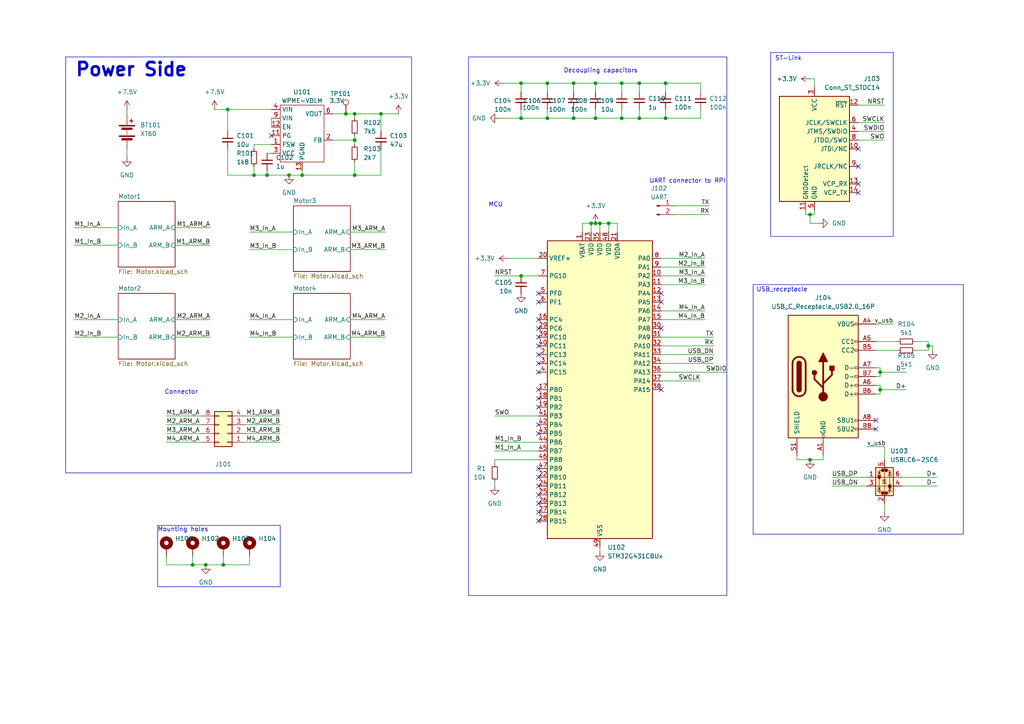
<source format=kicad_sch>
(kicad_sch (version 20250114) (generator "eeschema") (generator_version "9.0")
  (paper "A4")
  (lib_symbols
    (symbol "Connector:Conn_01x02_Pin" (pin_names (offset 1.016) (hide yes))
      (property "Reference" "J" (at 0 2.54 0))
      (property "Value" "Conn_01x02_Pin" (at 0 -5.08 0))
      (symbol "Conn_01x02_Pin_1_1"
        (rectangle (start 0.8636 0.127) (end 0 -0.127) (stroke (width 0.1524)) (fill (type outline)))
        (rectangle (start 0.8636 -2.413) (end 0 -2.667) (stroke (width 0.1524)) (fill (type outline)))
        (polyline (pts (xy 1.27 0) (xy 0.8636 0)) (stroke (width 0.1524)))
        (polyline (pts (xy 1.27 -2.54) (xy 0.8636 -2.54)) (stroke (width 0.1524)))
        (pin passive line (at 5.08 0 180) (length 3.81) (name "Pin_1") (number "1"))
        (pin passive line (at 5.08 -2.54 180) (length 3.81) (name "Pin_2") (number "2"))
      )
    )
    (symbol "Connector:Conn_ST_STDC14"
      (property "Reference" "J" (at -8.89 16.51 0))
      (property "Value" "Conn_ST_STDC14" (at 17.78 16.51 0))
      (symbol "Conn_ST_STDC14_0_1"
        (rectangle (start -10.16 15.24) (end 10.16 -15.24) (stroke (width 0.254)) (fill (type background)))
      )
      (symbol "Conn_ST_STDC14_1_1"
        (pin no_connect line (at -10.16 5.08 0) (length 2.54) (hide yes) (name "NC") (number "1"))
        (pin no_connect line (at -10.16 2.54 0) (length 2.54) (hide yes) (name "NC") (number "2"))
        (pin passive line (at -2.54 -17.78 90) (length 2.54) (name "GNDDetect") (number "11"))
        (pin power_in line (at 0 17.78 270) (length 2.54) (name "VCC") (number "3"))
        (pin power_in line (at 0 -17.78 90) (length 2.54) (name "GND") (number "5"))
        (pin passive line (at 0 -17.78 90) (length 2.54) (hide yes) (name "GND") (number "7"))
        (pin open_collector line (at 12.7 12.7 180) (length 2.54) (name "~{RST}") (number "12"))
        (pin output line (at 12.7 7.62 180) (length 2.54) (name "JCLK/SWCLK") (number "6"))
        (pin bidirectional line (at 12.7 5.08 180) (length 2.54) (name "JTMS/SWDIO") (number "4"))
        (pin input line (at 12.7 2.54 180) (length 2.54) (name "JTDO/SWO") (number "8"))
        (pin output line (at 12.7 0 180) (length 2.54) (name "JTDI/NC") (number "10"))
        (pin input line (at 12.7 -5.08 180) (length 2.54) (name "JRCLK/NC") (number "9"))
        (pin output line (at 12.7 -10.16 180) (length 2.54) (name "VCP_RX") (number "13"))
        (pin input line (at 12.7 -12.7 180) (length 2.54) (name "VCP_TX") (number "14"))
      )
    )
    (symbol "Connector:TestPoint" (pin_numbers (hide yes)) (pin_names (offset 0.762) (hide yes))
      (property "Reference" "TP" (at 0 6.858 0))
      (property "Value" "TestPoint" (at 0 5.08 0))
      (symbol "TestPoint_0_1"
        (circle (center 0 3.302) (radius 0.762))
      )
      (symbol "TestPoint_1_1"
        (pin passive line (at 0 0 90) (length 2.54) (name "1") (number "1"))
      )
    )
    (symbol "Connector:USB_C_Receptacle_USB2.0_16P" (pin_names (offset 1.016))
      (property "Reference" "J" (at 0 22.225 0))
      (property "Value" "USB_C_Receptacle_USB2.0_16P" (at 0 19.685 0))
      (symbol "USB_C_Receptacle_USB2.0_16P_0_0"
        (rectangle (start -0.254 -17.78) (end 0.254 -16.764))
        (rectangle (start 10.16 15.494) (end 9.144 14.986))
        (rectangle (start 10.16 10.414) (end 9.144 9.906))
        (rectangle (start 10.16 7.874) (end 9.144 7.366))
        (rectangle (start 10.16 2.794) (end 9.144 2.286))
        (rectangle (start 10.16 0.254) (end 9.144 -0.254))
        (rectangle (start 10.16 -2.286) (end 9.144 -2.794))
        (rectangle (start 10.16 -4.826) (end 9.144 -5.334))
        (rectangle (start 10.16 -12.446) (end 9.144 -12.954))
        (rectangle (start 10.16 -14.986) (end 9.144 -15.494))
      )
      (symbol "USB_C_Receptacle_USB2.0_16P_0_1"
        (rectangle (start -10.16 17.78) (end 10.16 -17.78) (stroke (width 0.254)) (fill (type background)))
        (polyline (pts (xy -8.89 -3.81) (xy -8.89 3.81)) (stroke (width 0.508)))
        (rectangle (start -7.62 -3.81) (end -6.35 3.81) (stroke (width 0.254)) (fill (type outline)))
        (arc (start -7.62 3.81) (mid -6.985 4.4423) (end -6.35 3.81) (stroke (width 0.254)))
        (arc (start -7.62 3.81) (mid -6.985 4.4423) (end -6.35 3.81) (stroke (width 0.254)) (fill (type outline)))
        (arc (start -8.89 3.81) (mid -6.985 5.7067) (end -5.08 3.81) (stroke (width 0.508)))
        (arc (start -5.08 -3.81) (mid -6.985 -5.7067) (end -8.89 -3.81) (stroke (width 0.508)))
        (arc (start -6.35 -3.81) (mid -6.985 -4.4423) (end -7.62 -3.81) (stroke (width 0.254)))
        (arc (start -6.35 -3.81) (mid -6.985 -4.4423) (end -7.62 -3.81) (stroke (width 0.254)) (fill (type outline)))
        (polyline (pts (xy -5.08 3.81) (xy -5.08 -3.81)) (stroke (width 0.508)))
        (circle (center -2.54 1.143) (radius 0.635) (stroke (width 0.254)) (fill (type outline)))
        (polyline (pts (xy -1.27 4.318) (xy 0 6.858) (xy 1.27 4.318) (xy -1.27 4.318)) (stroke (width 0.254)) (fill (type outline)))
        (polyline (pts (xy 0 -2.032) (xy 2.54 0.508) (xy 2.54 1.778)) (stroke (width 0.508)))
        (polyline (pts (xy 0 -3.302) (xy -2.54 -0.762) (xy -2.54 0.508)) (stroke (width 0.508)))
        (polyline (pts (xy 0 -5.842) (xy 0 4.318)) (stroke (width 0.508)))
        (circle (center 0 -5.842) (radius 1.27) (fill (type outline)))
        (rectangle (start 1.905 1.778) (end 3.175 3.048) (stroke (width 0.254)) (fill (type outline)))
      )
      (symbol "USB_C_Receptacle_USB2.0_16P_1_1"
        (pin passive line (at -7.62 -22.86 90) (length 5.08) (name "SHIELD") (number "S1"))
        (pin passive line (at 0 -22.86 90) (length 5.08) (name "GND") (number "A1"))
        (pin passive line (at 0 -22.86 90) (length 5.08) (hide yes) (name "GND") (number "A12"))
        (pin passive line (at 0 -22.86 90) (length 5.08) (hide yes) (name "GND") (number "B1"))
        (pin passive line (at 0 -22.86 90) (length 5.08) (hide yes) (name "GND") (number "B12"))
        (pin passive line (at 15.24 15.24 180) (length 5.08) (name "VBUS") (number "A4"))
        (pin passive line (at 15.24 15.24 180) (length 5.08) (hide yes) (name "VBUS") (number "A9"))
        (pin passive line (at 15.24 15.24 180) (length 5.08) (hide yes) (name "VBUS") (number "B4"))
        (pin passive line (at 15.24 15.24 180) (length 5.08) (hide yes) (name "VBUS") (number "B9"))
        (pin bidirectional line (at 15.24 10.16 180) (length 5.08) (name "CC1") (number "A5"))
        (pin bidirectional line (at 15.24 7.62 180) (length 5.08) (name "CC2") (number "B5"))
        (pin bidirectional line (at 15.24 2.54 180) (length 5.08) (name "D-") (number "A7"))
        (pin bidirectional line (at 15.24 0 180) (length 5.08) (name "D-") (number "B7"))
        (pin bidirectional line (at 15.24 -2.54 180) (length 5.08) (name "D+") (number "A6"))
        (pin bidirectional line (at 15.24 -5.08 180) (length 5.08) (name "D+") (number "B6"))
        (pin bidirectional line (at 15.24 -12.7 180) (length 5.08) (name "SBU1") (number "A8"))
        (pin bidirectional line (at 15.24 -15.24 180) (length 5.08) (name "SBU2") (number "B8"))
      )
    )
    (symbol "Connector_Generic:Conn_02x04_Top_Bottom" (pin_names (offset 1.016) (hide yes))
      (property "Reference" "J" (at 1.27 5.08 0))
      (property "Value" "Conn_02x04_Top_Bottom" (at 1.27 -7.62 0))
      (symbol "Conn_02x04_Top_Bottom_1_1"
        (rectangle (start -1.27 3.81) (end 3.81 -6.35) (stroke (width 0.254)) (fill (type background)))
        (rectangle (start -1.27 2.667) (end 0 2.413) (stroke (width 0.1524)))
        (rectangle (start -1.27 0.127) (end 0 -0.127) (stroke (width 0.1524)))
        (rectangle (start -1.27 -2.413) (end 0 -2.667) (stroke (width 0.1524)))
        (rectangle (start -1.27 -4.953) (end 0 -5.207) (stroke (width 0.1524)))
        (rectangle (start 3.81 2.667) (end 2.54 2.413) (stroke (width 0.1524)))
        (rectangle (start 3.81 0.127) (end 2.54 -0.127) (stroke (width 0.1524)))
        (rectangle (start 3.81 -2.413) (end 2.54 -2.667) (stroke (width 0.1524)))
        (rectangle (start 3.81 -4.953) (end 2.54 -5.207) (stroke (width 0.1524)))
        (pin passive line (at -5.08 2.54 0) (length 3.81) (name "Pin_1") (number "1"))
        (pin passive line (at -5.08 0 0) (length 3.81) (name "Pin_2") (number "2"))
        (pin passive line (at -5.08 -2.54 0) (length 3.81) (name "Pin_3") (number "3"))
        (pin passive line (at -5.08 -5.08 0) (length 3.81) (name "Pin_4") (number "4"))
        (pin passive line (at 7.62 2.54 180) (length 3.81) (name "Pin_5") (number "5"))
        (pin passive line (at 7.62 0 180) (length 3.81) (name "Pin_6") (number "6"))
        (pin passive line (at 7.62 -2.54 180) (length 3.81) (name "Pin_7") (number "7"))
        (pin passive line (at 7.62 -5.08 180) (length 3.81) (name "Pin_8") (number "8"))
      )
    )
    (symbol "Custom:Buck171013801"
      (property "Reference" "U101" (at 0 10.16 0))
      (property "Value" "WPME-VDLM" (at 0 7.62 0))
      (symbol "Buck171013801_0_1"
        (rectangle (start -6.35 6.35) (end 6.35 -10.16))
      )
      (symbol "Buck171013801_1_1"
        (pin power_in line (at -8.89 5.08 0) (length 2.54) (name "VIN") (number "4"))
        (pin power_in line (at -8.89 5.08 0) (length 2.54) (hide yes) (name "VIN") (number "5"))
        (pin power_out line (at -8.89 2.54 0) (length 2.54) (name "VIN") (number "9"))
        (pin input line (at -8.89 0 0) (length 2.54) (name "EN") (number "12"))
        (pin input line (at -8.89 -2.54 0) (length 2.54) (name "PG") (number "11"))
        (pin input line (at -8.89 -5.08 0) (length 2.54) (name "FSW") (number "1"))
        (pin input line (at -8.89 -7.62 0) (length 2.54) (name "VCC") (number "3"))
        (pin input line (at 0 -12.7 90) (length 2.54) (hide yes) (name "AGND") (number "10"))
        (pin input line (at 0 -12.7 90) (length 2.54) (name "PGND") (number "13"))
        (pin power_out line (at 8.89 3.81 180) (length 2.54) (name "VOUT") (number "6"))
        (pin power_out line (at 8.89 3.81 180) (length 2.54) (hide yes) (name "VOUT") (number "7"))
        (pin input line (at 8.89 -3.81 180) (length 2.54) (name "FB") (number "2"))
      )
    )
    (symbol "Device:Battery" (pin_numbers (hide yes)) (pin_names (offset 0) (hide yes))
      (property "Reference" "BT101" (at 3.81 1.8416 0))
      (property "Value" "XT60" (at 3.81 -0.6984 0))
      (symbol "Battery_0_1"
        (rectangle (start -2.286 1.778) (end 2.286 1.524) (fill (type outline)))
        (rectangle (start -2.286 -1.27) (end 2.286 -1.524) (fill (type outline)))
        (rectangle (start -1.524 1.016) (end 1.524 0.508) (fill (type outline)))
        (rectangle (start -1.524 -2.032) (end 1.524 -2.54) (fill (type outline)))
        (polyline (pts (xy 0 1.778) (xy 0 2.54)))
        (polyline (pts (xy 0 0) (xy 0 0.254)))
        (polyline (pts (xy 0 -0.508) (xy 0 -0.254)))
        (polyline (pts (xy 0 -1.016) (xy 0 -0.762)))
        (polyline (pts (xy 0.762 3.048) (xy 1.778 3.048)) (stroke (width 0.254)))
        (polyline (pts (xy 1.27 3.556) (xy 1.27 2.54)) (stroke (width 0.254)))
      )
      (symbol "Battery_1_1"
        (pin power_out line (at 0 5.08 270) (length 2.54) (name "+") (number "2"))
        (pin power_out line (at 0 -5.08 90) (length 2.54) (name "-") (number "1"))
      )
    )
    (symbol "Device:C_Small" (pin_numbers (hide yes)) (pin_names (offset 0.254) (hide yes))
      (property "Reference" "C" (at 0.254 1.778 0))
      (property "Value" "C_Small" (at 0.254 -2.032 0))
      (symbol "C_Small_0_1"
        (polyline (pts (xy -1.524 0.508) (xy 1.524 0.508)) (stroke (width 0.3048)))
        (polyline (pts (xy -1.524 -0.508) (xy 1.524 -0.508)) (stroke (width 0.3302)))
      )
      (symbol "C_Small_1_1"
        (pin passive line (at 0 2.54 270) (length 2.032) (name "~") (number "1"))
        (pin passive line (at 0 -2.54 90) (length 2.032) (name "~") (number "2"))
      )
    )
    (symbol "Device:R_Small" (pin_numbers (hide yes)) (pin_names (offset 0.254) (hide yes))
      (property "Reference" "R" (at 0.762 0.508 0))
      (property "Value" "R_Small" (at 0.762 -1.016 0))
      (symbol "R_Small_0_1"
        (rectangle (start -0.762 1.778) (end 0.762 -1.778) (stroke (width 0.2032)))
      )
      (symbol "R_Small_1_1"
        (pin passive line (at 0 2.54 270) (length 0.762) (name "~") (number "1"))
        (pin passive line (at 0 -2.54 90) (length 0.762) (name "~") (number "2"))
      )
    )
    (symbol "MCU_ST_STM32G4:STM32G431CBUx"
      (property "Reference" "U" (at -15.24 44.45 0))
      (property "Value" "STM32G431CBUx" (at 7.62 44.45 0))
      (symbol "STM32G431CBUx_0_1"
        (rectangle (start -15.24 -43.18) (end 15.24 43.18) (stroke (width 0.254)) (fill (type background)))
      )
      (symbol "STM32G431CBUx_1_1"
        (pin input line (at -17.78 38.1 0) (length 2.54) (name "VREF+") (number "20"))
        (pin bidirectional line (at -17.78 33.02 0) (length 2.54) (name "PG10") (number "7"))
        (pin bidirectional line (at -17.78 27.94 0) (length 2.54) (name "PF0") (number "5"))
        (pin bidirectional line (at -17.78 25.4 0) (length 2.54) (name "PF1") (number "6"))
        (pin bidirectional line (at -17.78 20.32 0) (length 2.54) (name "PC4") (number "16"))
        (pin bidirectional line (at -17.78 17.78 0) (length 2.54) (name "PC6") (number "29"))
        (pin bidirectional line (at -17.78 15.24 0) (length 2.54) (name "PC10") (number "39"))
        (pin bidirectional line (at -17.78 12.7 0) (length 2.54) (name "PC11") (number "40"))
        (pin bidirectional line (at -17.78 10.16 0) (length 2.54) (name "PC13") (number "2"))
        (pin bidirectional line (at -17.78 7.62 0) (length 2.54) (name "PC14") (number "3"))
        (pin bidirectional line (at -17.78 5.08 0) (length 2.54) (name "PC15") (number "4"))
        (pin bidirectional line (at -17.78 0 0) (length 2.54) (name "PB0") (number "17"))
        (pin bidirectional line (at -17.78 -2.54 0) (length 2.54) (name "PB1") (number "18"))
        (pin bidirectional line (at -17.78 -5.08 0) (length 2.54) (name "PB2") (number "19"))
        (pin bidirectional line (at -17.78 -7.62 0) (length 2.54) (name "PB3") (number "41"))
        (pin bidirectional line (at -17.78 -10.16 0) (length 2.54) (name "PB4") (number "42"))
        (pin bidirectional line (at -17.78 -12.7 0) (length 2.54) (name "PB5") (number "43"))
        (pin bidirectional line (at -17.78 -15.24 0) (length 2.54) (name "PB6") (number "44"))
        (pin bidirectional line (at -17.78 -17.78 0) (length 2.54) (name "PB7") (number "45"))
        (pin bidirectional line (at -17.78 -20.32 0) (length 2.54) (name "PB8") (number "46"))
        (pin bidirectional line (at -17.78 -22.86 0) (length 2.54) (name "PB9") (number "47"))
        (pin bidirectional line (at -17.78 -25.4 0) (length 2.54) (name "PB10") (number "22"))
        (pin bidirectional line (at -17.78 -27.94 0) (length 2.54) (name "PB11") (number "24"))
        (pin bidirectional line (at -17.78 -30.48 0) (length 2.54) (name "PB12") (number "25"))
        (pin bidirectional line (at -17.78 -33.02 0) (length 2.54) (name "PB13") (number "26"))
        (pin bidirectional line (at -17.78 -35.56 0) (length 2.54) (name "PB14") (number "27"))
        (pin bidirectional line (at -17.78 -38.1 0) (length 2.54) (name "PB15") (number "28"))
        (pin power_in line (at -5.08 45.72 270) (length 2.54) (name "VBAT") (number "1"))
        (pin power_in line (at -2.54 45.72 270) (length 2.54) (name "VDD") (number "23"))
        (pin power_in line (at 0 45.72 270) (length 2.54) (name "VDD") (number "35"))
        (pin power_in line (at 0 -45.72 90) (length 2.54) (name "VSS") (number "49"))
        (pin power_in line (at 2.54 45.72 270) (length 2.54) (name "VDD") (number "48"))
        (pin power_in line (at 5.08 45.72 270) (length 2.54) (name "VDDA") (number "21"))
        (pin bidirectional line (at 17.78 38.1 180) (length 2.54) (name "PA0") (number "8"))
        (pin bidirectional line (at 17.78 35.56 180) (length 2.54) (name "PA1") (number "9"))
        (pin bidirectional line (at 17.78 33.02 180) (length 2.54) (name "PA2") (number "10"))
        (pin bidirectional line (at 17.78 30.48 180) (length 2.54) (name "PA3") (number "11"))
        (pin bidirectional line (at 17.78 27.94 180) (length 2.54) (name "PA4") (number "12"))
        (pin bidirectional line (at 17.78 25.4 180) (length 2.54) (name "PA5") (number "13"))
        (pin bidirectional line (at 17.78 22.86 180) (length 2.54) (name "PA6") (number "14"))
        (pin bidirectional line (at 17.78 20.32 180) (length 2.54) (name "PA7") (number "15"))
        (pin bidirectional line (at 17.78 17.78 180) (length 2.54) (name "PA8") (number "30"))
        (pin bidirectional line (at 17.78 15.24 180) (length 2.54) (name "PA9") (number "31"))
        (pin bidirectional line (at 17.78 12.7 180) (length 2.54) (name "PA10") (number "32"))
        (pin bidirectional line (at 17.78 10.16 180) (length 2.54) (name "PA11") (number "33"))
        (pin bidirectional line (at 17.78 7.62 180) (length 2.54) (name "PA12") (number "34"))
        (pin bidirectional line (at 17.78 5.08 180) (length 2.54) (name "PA13") (number "36"))
        (pin bidirectional line (at 17.78 2.54 180) (length 2.54) (name "PA14") (number "37"))
        (pin bidirectional line (at 17.78 0 180) (length 2.54) (name "PA15") (number "38"))
      )
    )
    (symbol "Mechanical:MountingHole_Pad" (pin_numbers (hide yes)) (pin_names (offset 1.016) (hide yes)) (exclude_from_sim yes) (in_bom no)
      (property "Reference" "H" (at 0 6.35 0))
      (property "Value" "MountingHole_Pad" (at 0 4.445 0))
      (symbol "MountingHole_Pad_0_1"
        (circle (center 0 1.27) (radius 1.27) (stroke (width 1.27)))
      )
      (symbol "MountingHole_Pad_1_1"
        (pin input line (at 0 -2.54 90) (length 2.54) (name "1") (number "1"))
      )
    )
    (symbol "Power_Protection:USBLC6-2SC6" (pin_names (hide yes))
      (property "Reference" "U" (at 0.635 5.715 0))
      (property "Value" "USBLC6-2SC6" (at 0.635 3.81 0))
      (symbol "USBLC6-2SC6_0_0"
        (circle (center -1.524 0) (radius 0.0001) (stroke (width 0.508)))
        (circle (center -0.508 2.032) (radius 0.0001) (stroke (width 0.508)))
        (circle (center -0.508 -4.572) (radius 0.0001) (stroke (width 0.508)))
        (circle (center 0.508 2.032) (radius 0.0001) (stroke (width 0.508)))
        (circle (center 0.508 -4.572) (radius 0.0001) (stroke (width 0.508)))
        (circle (center 1.524 -2.54) (radius 0.0001) (stroke (width 0.508)))
      )
      (symbol "USBLC6-2SC6_0_1"
        (polyline (pts (xy -2.54 0) (xy 2.54 0)))
        (polyline (pts (xy -2.54 -2.54) (xy 2.54 -2.54)))
        (polyline (pts (xy -2.032 0.508) (xy -1.016 0.508) (xy -1.524 1.524) (xy -2.032 0.508)))
        (polyline (pts (xy -2.032 -3.048) (xy -1.016 -3.048)))
        (polyline (pts (xy -1.016 1.524) (xy -2.032 1.524)))
        (polyline (pts (xy -1.016 -4.064) (xy -2.032 -4.064) (xy -1.524 -3.048) (xy -1.016 -4.064)))
        (polyline (pts (xy -0.508 -1.143) (xy -0.508 -0.762) (xy 0.508 -0.762)))
        (polyline (pts (xy 0 2.54) (xy -0.508 2.032) (xy 0.508 2.032) (xy 0 1.524) (xy 0 -4.064) (xy -0.508 -4.572) (xy 0.508 -4.572) (xy 0 -5.08)))
        (polyline (pts (xy 0.508 -1.778) (xy -0.508 -1.778) (xy 0 -0.762) (xy 0.508 -1.778)))
        (polyline (pts (xy 1.016 1.524) (xy 2.032 1.524)))
        (polyline (pts (xy 1.016 -3.048) (xy 2.032 -3.048)))
        (polyline (pts (xy 2.032 0.508) (xy 1.016 0.508) (xy 1.524 1.524) (xy 2.032 0.508)))
        (polyline (pts (xy 2.032 -4.064) (xy 1.016 -4.064) (xy 1.524 -3.048) (xy 2.032 -4.064)))
      )
      (symbol "USBLC6-2SC6_1_1"
        (rectangle (start -2.54 2.794) (end 2.54 -5.334) (stroke (width 0.254)) (fill (type background)))
        (polyline (pts (xy -0.508 2.032) (xy -1.524 2.032) (xy -1.524 -4.572) (xy -0.508 -4.572)))
        (polyline (pts (xy 0.508 -4.572) (xy 1.524 -4.572) (xy 1.524 2.032) (xy 0.508 2.032)))
        (pin passive line (at -5.08 0 0) (length 2.54) (name "I/O1") (number "1"))
        (pin passive line (at -5.08 -2.54 0) (length 2.54) (name "I/O2") (number "3"))
        (pin passive line (at 0 5.08 270) (length 2.54) (name "VBUS") (number "5"))
        (pin passive line (at 0 -7.62 90) (length 2.54) (name "GND") (number "2"))
        (pin passive line (at 5.08 0 180) (length 2.54) (name "I/O1") (number "6"))
        (pin passive line (at 5.08 -2.54 180) (length 2.54) (name "I/O2") (number "4"))
      )
    )
    (symbol "power:+15V" (power) (pin_numbers (hide yes)) (pin_names (offset 0) (hide yes))
      (property "Value" "+15V" (at 0 3.556 0))
      (symbol "+15V_0_1"
        (polyline (pts (xy -0.762 1.27) (xy 0 2.54)))
        (polyline (pts (xy 0 2.54) (xy 0.762 1.27)))
        (polyline (pts (xy 0 0) (xy 0 2.54)))
      )
      (symbol "+15V_1_1"
        (pin power_in line (at 0 0 90) (length 0) (name "~") (number "1"))
      )
    )
    (symbol "power:+3.3V" (power) (pin_numbers (hide yes)) (pin_names (offset 0) (hide yes))
      (property "Value" "+3.3V" (at 0 3.556 0))
      (symbol "+3.3V_0_1"
        (polyline (pts (xy -0.762 1.27) (xy 0 2.54)))
        (polyline (pts (xy 0 2.54) (xy 0.762 1.27)))
        (polyline (pts (xy 0 0) (xy 0 2.54)))
      )
      (symbol "+3.3V_1_1"
        (pin power_in line (at 0 0 90) (length 0) (name "~") (number "1"))
      )
    )
    (symbol "power:GND" (power) (pin_numbers (hide yes)) (pin_names (offset 0) (hide yes))
      (property "Value" "GND" (at 0 -3.81 0))
      (symbol "GND_0_1"
        (polyline (pts (xy 0 0) (xy 0 -1.27) (xy 1.27 -1.27) (xy 0 -2.54) (xy -1.27 -1.27) (xy 0 -1.27)))
      )
      (symbol "GND_1_1"
        (pin power_in line (at 0 0 270) (length 0) (name "~") (number "1"))
      )
    )
  )
  (rectangle (start 223.52 15.24) (end 259.08 68.58))
  (rectangle (start 135.89 16.51) (end 210.82 172.72))
  (rectangle (start 19.05 16.51) (end 119.38 137.16))
  (rectangle (start 45.72 152.4) (end 81.28 170.18))
  (rectangle (start 218.44 82.55) (end 279.4 154.94))
  (text "Mounting holes\n" (at 53.086 153.67 0) (effects (font (size 1.27 1.27))))
  (text "UART connector to RPI\n" (at 199.39 52.578 0) (effects (font (size 1.27 1.27))))
  (text "MCU\n" (at 143.764 59.436 0) (effects (font (size 1.27 1.27) (thickness 0.1588))))
  (text "USB_receptacle" (at 226.822 84.074 0) (effects (font (size 1.27 1.27))))
  (text "Connector" (at 52.578 113.792 0) (effects (font (size 1.27 1.27))))
  (text "ST-Link\n" (at 224.79 17.78 0) (effects (font (size 1.27 1.27)) (justify left bottom)))
  (text "Power Side" (at 38.1 20.32 0) (effects (font (size 3.81 3.81) (thickness 0.762) (bold yes))))
  (text "Decoupling capacitors\n" (at 174.244 20.574 0) (effects (font (size 1.27 1.27))))
  (junction (at 172.72 64.77))
  (junction (at 55.88 163.83))
  (junction (at 176.53 64.77))
  (junction (at 255.27 107.95))
  (junction (at 185.42 34.29))
  (junction (at 180.34 34.29))
  (junction (at 77.47 50.8))
  (junction (at 180.34 24.13))
  (junction (at 151.13 80.01))
  (junction (at 64.77 163.83))
  (junction (at 193.04 24.13))
  (junction (at 66.04 31.75))
  (junction (at 255.27 113.03))
  (junction (at 59.69 163.83))
  (junction (at 102.87 50.8))
  (junction (at 158.75 34.29))
  (junction (at 166.37 24.13))
  (junction (at 151.13 24.13))
  (junction (at 100.33 33.02))
  (junction (at 171.45 64.77))
  (junction (at 193.04 34.29))
  (junction (at 73.66 50.8))
  (junction (at 83.82 50.8))
  (junction (at 110.49 33.02))
  (junction (at 185.42 24.13))
  (junction (at 87.63 50.8))
  (junction (at 158.75 24.13))
  (junction (at 269.24 100.33))
  (junction (at 102.87 40.64))
  (junction (at 151.13 34.29))
  (junction (at 172.72 24.13))
  (junction (at 234.95 133.35))
  (junction (at 234.95 62.23))
  (junction (at 166.37 34.29))
  (junction (at 102.87 33.02))
  (junction (at 173.99 64.77))
  (junction (at 172.72 34.29))
  (no_connect (at 156.21 125.73))
  (no_connect (at 191.77 87.63))
  (no_connect (at 254 121.92))
  (no_connect (at 191.77 95.25))
  (no_connect (at 156.21 100.33))
  (no_connect (at 156.21 107.95))
  (no_connect (at 156.21 118.11))
  (no_connect (at 156.21 140.97))
  (no_connect (at 156.21 102.87))
  (no_connect (at 156.21 143.51))
  (no_connect (at 156.21 135.89))
  (no_connect (at 191.77 85.09))
  (no_connect (at 156.21 151.13))
  (no_connect (at 156.21 113.03))
  (no_connect (at 191.77 113.03))
  (no_connect (at 248.92 43.18))
  (no_connect (at 248.92 48.26))
  (no_connect (at 156.21 85.09))
  (no_connect (at 156.21 148.59))
  (no_connect (at 156.21 87.63))
  (no_connect (at 254 124.46))
  (no_connect (at 156.21 123.19))
  (no_connect (at 78.74 39.37))
  (no_connect (at 156.21 105.41))
  (no_connect (at 156.21 138.43))
  (no_connect (at 156.21 97.79))
  (no_connect (at 156.21 115.57))
  (no_connect (at 248.92 53.34))
  (no_connect (at 156.21 95.25))
  (no_connect (at 248.92 55.88))
  (no_connect (at 156.21 146.05))
  (no_connect (at 156.21 92.71))
  (wire (pts (xy 172.72 24.13) (xy 172.72 26.67)))
  (wire (pts (xy 254 109.22) (xy 255.27 109.22)))
  (wire (pts (xy 191.77 80.01) (xy 204.47 80.01)))
  (wire (pts (xy 262.89 113.03) (xy 255.27 113.03)))
  (wire (pts (xy 255.27 106.68) (xy 254 106.68)))
  (wire (pts (xy 191.77 77.47) (xy 204.47 77.47)))
  (wire (pts (xy 151.13 31.75) (xy 151.13 34.29)))
  (wire (pts (xy 231.14 132.08) (xy 231.14 133.35)))
  (wire (pts (xy 77.47 49.53) (xy 77.47 50.8)))
  (wire (pts (xy 71.12 128.27) (xy 81.28 128.27)))
  (wire (pts (xy 110.49 33.02) (xy 115.57 33.02)))
  (wire (pts (xy 143.51 139.7) (xy 143.51 140.97)))
  (wire (pts (xy 73.66 50.8) (xy 77.47 50.8)))
  (wire (pts (xy 151.13 34.29) (xy 158.75 34.29)))
  (wire (pts (xy 83.82 50.8) (xy 87.63 50.8)))
  (wire (pts (xy 234.95 22.86) (xy 236.22 22.86)))
  (wire (pts (xy 144.78 34.29) (xy 151.13 34.29)))
  (wire (pts (xy 255.27 111.76) (xy 254 111.76)))
  (wire (pts (xy 156.21 130.81) (xy 143.51 130.81)))
  (wire (pts (xy 143.51 133.35) (xy 156.21 133.35)))
  (wire (pts (xy 71.12 125.73) (xy 81.28 125.73)))
  (wire (pts (xy 168.91 64.77) (xy 171.45 64.77)))
  (wire (pts (xy 143.51 80.01) (xy 151.13 80.01)))
  (wire (pts (xy 158.75 24.13) (xy 158.75 26.67)))
  (wire (pts (xy 73.66 41.91) (xy 73.66 43.18)))
  (wire (pts (xy 158.75 31.75) (xy 158.75 34.29)))
  (wire (pts (xy 87.63 50.8) (xy 87.63 49.53)))
  (wire (pts (xy 34.29 97.79) (xy 21.59 97.79)))
  (wire (pts (xy 77.47 50.8) (xy 83.82 50.8)))
  (wire (pts (xy 101.6 67.31) (xy 111.76 67.31)))
  (wire (pts (xy 193.04 34.29) (xy 203.2 34.29)))
  (wire (pts (xy 256.54 146.05) (xy 256.54 148.59)))
  (wire (pts (xy 203.2 26.67) (xy 203.2 24.13)))
  (wire (pts (xy 271.78 138.43) (xy 261.62 138.43)))
  (wire (pts (xy 71.12 123.19) (xy 81.28 123.19)))
  (wire (pts (xy 102.87 40.64) (xy 96.52 40.64)))
  (wire (pts (xy 269.24 99.06) (xy 269.24 100.33)))
  (wire (pts (xy 143.51 134.62) (xy 143.51 133.35)))
  (wire (pts (xy 102.87 46.99) (xy 102.87 50.8)))
  (wire (pts (xy 34.29 92.71) (xy 21.59 92.71)))
  (wire (pts (xy 236.22 22.86) (xy 236.22 25.4)))
  (wire (pts (xy 193.04 24.13) (xy 193.04 26.67)))
  (wire (pts (xy 176.53 64.77) (xy 176.53 67.31)))
  (wire (pts (xy 254 93.98) (xy 259.08 93.98)))
  (wire (pts (xy 179.07 64.77) (xy 179.07 67.31)))
  (wire (pts (xy 102.87 50.8) (xy 87.63 50.8)))
  (wire (pts (xy 269.24 100.33) (xy 269.24 101.6)))
  (wire (pts (xy 101.6 92.71) (xy 111.76 92.71)))
  (wire (pts (xy 58.42 125.73) (xy 48.26 125.73)))
  (wire (pts (xy 110.49 50.8) (xy 102.87 50.8)))
  (wire (pts (xy 85.09 72.39) (xy 72.39 72.39)))
  (wire (pts (xy 271.78 140.97) (xy 261.62 140.97)))
  (wire (pts (xy 151.13 24.13) (xy 151.13 26.67)))
  (wire (pts (xy 73.66 48.26) (xy 73.66 50.8)))
  (wire (pts (xy 102.87 39.37) (xy 102.87 40.64)))
  (wire (pts (xy 238.76 132.08) (xy 238.76 133.35)))
  (wire (pts (xy 180.34 31.75) (xy 180.34 34.29)))
  (wire (pts (xy 191.77 102.87) (xy 207.01 102.87)))
  (wire (pts (xy 185.42 24.13) (xy 185.42 26.67)))
  (wire (pts (xy 176.53 64.77) (xy 179.07 64.77)))
  (wire (pts (xy 254 114.3) (xy 255.27 114.3)))
  (wire (pts (xy 255.27 113.03) (xy 255.27 111.76)))
  (wire (pts (xy 147.32 74.93) (xy 156.21 74.93)))
  (wire (pts (xy 180.34 24.13) (xy 180.34 26.67)))
  (wire (pts (xy 158.75 34.29) (xy 166.37 34.29)))
  (wire (pts (xy 248.92 35.56) (xy 256.54 35.56)))
  (wire (pts (xy 58.42 128.27) (xy 48.26 128.27)))
  (wire (pts (xy 58.42 123.19) (xy 48.26 123.19)))
  (wire (pts (xy 191.77 74.93) (xy 204.47 74.93)))
  (wire (pts (xy 62.23 31.75) (xy 66.04 31.75)))
  (wire (pts (xy 193.04 31.75) (xy 193.04 34.29)))
  (wire (pts (xy 185.42 24.13) (xy 193.04 24.13)))
  (wire (pts (xy 77.47 44.45) (xy 78.74 44.45)))
  (wire (pts (xy 166.37 24.13) (xy 172.72 24.13)))
  (wire (pts (xy 73.66 41.91) (xy 78.74 41.91)))
  (wire (pts (xy 55.88 163.83) (xy 59.69 163.83)))
  (wire (pts (xy 255.27 114.3) (xy 255.27 113.03)))
  (wire (pts (xy 262.89 107.95) (xy 255.27 107.95)))
  (wire (pts (xy 21.59 66.04) (xy 34.29 66.04)))
  (wire (pts (xy 48.26 161.29) (xy 48.26 163.83)))
  (wire (pts (xy 72.39 97.79) (xy 85.09 97.79)))
  (wire (pts (xy 180.34 34.29) (xy 185.42 34.29)))
  (wire (pts (xy 66.04 31.75) (xy 78.74 31.75)))
  (wire (pts (xy 234.95 62.23) (xy 236.22 62.23)))
  (wire (pts (xy 234.95 64.77) (xy 234.95 62.23)))
  (wire (pts (xy 254 99.06) (xy 260.35 99.06)))
  (wire (pts (xy 172.72 24.13) (xy 180.34 24.13)))
  (wire (pts (xy 234.95 133.35) (xy 238.76 133.35)))
  (wire (pts (xy 191.77 100.33) (xy 207.01 100.33)))
  (wire (pts (xy 231.14 133.35) (xy 234.95 133.35)))
  (wire (pts (xy 168.91 67.31) (xy 168.91 64.77)))
  (wire (pts (xy 59.69 163.83) (xy 64.77 163.83)))
  (wire (pts (xy 256.54 129.54) (xy 256.54 133.35)))
  (wire (pts (xy 193.04 24.13) (xy 203.2 24.13)))
  (wire (pts (xy 191.77 110.49) (xy 203.2 110.49)))
  (wire (pts (xy 270.51 101.6) (xy 270.51 100.33)))
  (wire (pts (xy 251.46 138.43) (xy 241.3 138.43)))
  (wire (pts (xy 102.87 34.29) (xy 102.87 33.02)))
  (wire (pts (xy 172.72 34.29) (xy 166.37 34.29)))
  (wire (pts (xy 100.33 33.02) (xy 96.52 33.02)))
  (wire (pts (xy 269.24 100.33) (xy 270.51 100.33)))
  (wire (pts (xy 256.54 129.54) (xy 251.46 129.54)))
  (wire (pts (xy 251.46 140.97) (xy 241.3 140.97)))
  (wire (pts (xy 64.77 161.29) (xy 64.77 163.83)))
  (wire (pts (xy 191.77 82.55) (xy 204.47 82.55)))
  (wire (pts (xy 180.34 34.29) (xy 172.72 34.29)))
  (wire (pts (xy 269.24 101.6) (xy 265.43 101.6)))
  (wire (pts (xy 72.39 92.71) (xy 85.09 92.71)))
  (wire (pts (xy 173.99 64.77) (xy 176.53 64.77)))
  (wire (pts (xy 50.8 71.12) (xy 60.96 71.12)))
  (wire (pts (xy 171.45 64.77) (xy 171.45 67.31)))
  (wire (pts (xy 236.22 60.96) (xy 236.22 62.23)))
  (wire (pts (xy 151.13 80.01) (xy 156.21 80.01)))
  (wire (pts (xy 171.45 64.77) (xy 172.72 64.77)))
  (wire (pts (xy 21.59 71.12) (xy 34.29 71.12)))
  (wire (pts (xy 36.83 43.18) (xy 36.83 45.72)))
  (wire (pts (xy 172.72 31.75) (xy 172.72 34.29)))
  (wire (pts (xy 158.75 24.13) (xy 166.37 24.13)))
  (wire (pts (xy 248.92 30.48) (xy 256.54 30.48)))
  (wire (pts (xy 58.42 120.65) (xy 48.26 120.65)))
  (wire (pts (xy 78.74 34.29) (xy 78.74 36.83)))
  (wire (pts (xy 50.8 66.04) (xy 60.96 66.04)))
  (wire (pts (xy 156.21 128.27) (xy 143.51 128.27)))
  (wire (pts (xy 248.92 40.64) (xy 256.54 40.64)))
  (wire (pts (xy 191.77 92.71) (xy 204.47 92.71)))
  (wire (pts (xy 195.58 62.23) (xy 205.74 62.23)))
  (wire (pts (xy 172.72 64.77) (xy 173.99 64.77)))
  (wire (pts (xy 64.77 163.83) (xy 72.39 163.83)))
  (wire (pts (xy 193.04 34.29) (xy 185.42 34.29)))
  (wire (pts (xy 100.33 33.02) (xy 102.87 33.02)))
  (wire (pts (xy 101.6 97.79) (xy 111.76 97.79)))
  (wire (pts (xy 185.42 31.75) (xy 185.42 34.29)))
  (wire (pts (xy 110.49 33.02) (xy 110.49 38.1)))
  (wire (pts (xy 48.26 163.83) (xy 55.88 163.83)))
  (wire (pts (xy 101.6 72.39) (xy 111.76 72.39)))
  (wire (pts (xy 265.43 99.06) (xy 269.24 99.06)))
  (wire (pts (xy 50.8 92.71) (xy 60.96 92.71)))
  (wire (pts (xy 191.77 97.79) (xy 207.01 97.79)))
  (wire (pts (xy 255.27 107.95) (xy 255.27 106.68)))
  (wire (pts (xy 71.12 120.65) (xy 81.28 120.65)))
  (wire (pts (xy 102.87 33.02) (xy 110.49 33.02)))
  (wire (pts (xy 166.37 31.75) (xy 166.37 34.29)))
  (wire (pts (xy 195.58 59.69) (xy 205.74 59.69)))
  (wire (pts (xy 66.04 43.18) (xy 66.04 50.8)))
  (wire (pts (xy 66.04 31.75) (xy 66.04 38.1)))
  (wire (pts (xy 85.09 67.31) (xy 72.39 67.31)))
  (wire (pts (xy 36.83 31.75) (xy 36.83 33.02)))
  (wire (pts (xy 191.77 105.41) (xy 207.01 105.41)))
  (wire (pts (xy 191.77 90.17) (xy 204.47 90.17)))
  (wire (pts (xy 234.95 62.23) (xy 233.68 62.23)))
  (wire (pts (xy 55.88 161.29) (xy 55.88 163.83)))
  (wire (pts (xy 248.92 38.1) (xy 256.54 38.1)))
  (wire (pts (xy 173.99 64.77) (xy 173.99 67.31)))
  (wire (pts (xy 203.2 31.75) (xy 203.2 34.29)))
  (wire (pts (xy 255.27 109.22) (xy 255.27 107.95)))
  (wire (pts (xy 233.68 62.23) (xy 233.68 60.96)))
  (wire (pts (xy 50.8 97.79) (xy 60.96 97.79)))
  (wire (pts (xy 151.13 24.13) (xy 158.75 24.13)))
  (wire (pts (xy 102.87 41.91) (xy 102.87 40.64)))
  (wire (pts (xy 146.05 24.13) (xy 151.13 24.13)))
  (wire (pts (xy 66.04 50.8) (xy 73.66 50.8)))
  (wire (pts (xy 143.51 120.65) (xy 156.21 120.65)))
  (wire (pts (xy 110.49 43.18) (xy 110.49 50.8)))
  (wire (pts (xy 191.77 107.95) (xy 210.82 107.95)))
  (wire (pts (xy 254 101.6) (xy 260.35 101.6)))
  (wire (pts (xy 72.39 163.83) (xy 72.39 161.29)))
  (wire (pts (xy 166.37 26.67) (xy 166.37 24.13)))
  (wire (pts (xy 173.99 158.75) (xy 173.99 160.02)))
  (wire (pts (xy 237.49 64.77) (xy 234.95 64.77)))
  (wire (pts (xy 180.34 24.13) (xy 185.42 24.13)))
  (label "SWCLK" (at 256.54 35.56 180))
  (label "M2_In_A" (at 21.59 92.71 0))
  (label "TX" (at 205.74 59.69 180))
  (label "M2_ARM_B" (at 81.28 123.19 180))
  (label "M4_In_B" (at 72.39 97.79 0))
  (label "RX" (at 205.74 62.23 180))
  (label "M3_ARM_B" (at 81.28 125.73 180))
  (label "M2_In_A" (at 204.47 74.93 180))
  (label "RX" (at 207.01 100.33 180))
  (label "USB_DP" (at 241.3 138.43 0))
  (label "M1_In_B" (at 143.51 128.27 0))
  (label "M2_In_B" (at 204.47 77.47 180))
  (label "USB_DP" (at 207.01 105.41 180))
  (label "D-" (at 262.89 107.95 180))
  (label "M4_ARM_B" (at 81.28 128.27 180))
  (label "SWDIO" (at 256.54 38.1 180))
  (label "TX" (at 207.01 97.79 180))
  (label "M1_ARM_B" (at 81.28 120.65 180))
  (label "D-" (at 271.78 140.97 180))
  (label "SWDIO" (at 210.82 107.95 180))
  (label "v_usb" (at 251.46 129.54 0))
  (label "M4_In_A" (at 204.47 90.17 180))
  (label "M3_In_B" (at 204.47 82.55 180))
  (label "M1_ARM_B" (at 60.96 71.12 180))
  (label "D+" (at 262.89 113.03 180))
  (label "M2_ARM_A" (at 48.26 123.19 0))
  (label "M2_ARM_A" (at 60.96 92.71 180))
  (label "M4_ARM_A" (at 48.26 128.27 0))
  (label "SWCLK" (at 203.2 110.49 180))
  (label "NRST" (at 143.51 80.01 0))
  (label "M3_In_A" (at 204.47 80.01 180))
  (label "M1_In_B" (at 21.59 71.12 0))
  (label "M3_In_B" (at 72.39 72.39 0))
  (label "M3_ARM_B" (at 111.76 72.39 180))
  (label "M1_ARM_A" (at 48.26 120.65 0))
  (label "M1_In_A" (at 21.59 66.04 0))
  (label "M1_ARM_A" (at 60.96 66.04 180))
  (label "SWO" (at 256.54 40.64 180))
  (label "v_usb" (at 259.08 93.98 180))
  (label "D+" (at 271.78 138.43 180))
  (label "USB_DN" (at 207.01 102.87 180))
  (label "M3_ARM_A" (at 48.26 125.73 0))
  (label "M2_ARM_B" (at 60.96 97.79 180))
  (label "M3_ARM_A" (at 111.76 67.31 180))
  (label "M3_In_A" (at 72.39 67.31 0))
  (label "M4_ARM_A" (at 111.76 92.71 180))
  (label "SWO" (at 143.51 120.65 0))
  (label "M4_In_B" (at 204.47 92.71 180))
  (label "USB_DN" (at 241.3 140.97 0))
  (label "M1_In_A" (at 143.51 130.81 0))
  (label "M4_In_A" (at 72.39 92.71 0))
  (label "NRST" (at 256.54 30.48 180))
  (label "M2_In_B" (at 21.59 97.79 0))
  (label "M4_ARM_B" (at 111.76 97.79 180))
  (symbol (lib_id "Connector:USB_C_Receptacle_USB2.0_16P") (at 238.76 109.22 0) (unit 1)
    (property "Reference" "J104" (at 238.76 86.36 0))
    (property "Value" "USB_C_Receptacle_USB2.0_16P" (at 238.76 88.9 0))
    (property "Footprint" "Connector_USB:USB_C_Receptacle_GCT_USB4105-xx-A_16P_TopMnt_Horizontal" (effects (hide yes)))
    (property "Datasheet" "https://www.usb.org/sites/default/files/documents/usb_type-c.zip" (effects (hide yes)))
    (property "Description" "USB 2.0-only 16P Type-C Receptacle connector" (effects (hide yes)))
  )
  (symbol (lib_id "Device:R_Small") (at 262.89 101.6 270) (mirror x) (unit 1)
    (property "Reference" "R105" (at 262.89 103.124 90))
    (property "Value" "5k1" (at 262.89 105.664 90))
    (property "Footprint" "Resistor_SMD:R_0402_1005Metric" (effects (hide yes)))
    (property "Description" "Resistor, small symbol" (effects (hide yes)))
  )
  (symbol (lib_id "Device:R_Small") (at 143.51 137.16 0) (mirror y) (unit 1)
    (property "Reference" "R1" (at 140.97 135.8899 0) (effects (justify left)))
    (property "Value" "10k" (at 140.97 138.4299 0) (effects (justify left)))
    (property "Footprint" "Resistor_SMD:R_0402_1005Metric" (effects (hide yes)))
    (property "Description" "Resistor, small symbol" (effects (hide yes)))
  )
  (symbol (lib_id "power:GND") (at 173.99 160.02 0) (unit 1)
    (property "Reference" "#PWR0112" (effects (hide yes)))
    (property "Value" "GND" (at 173.99 165.1 0))
    (property "Description" "Power symbol creates a global label with name \"GND\" , ground" (effects (hide yes)))
  )
  (symbol (lib_id "Device:R_Small") (at 73.66 45.72 0) (unit 1)
    (property "Reference" "R101" (at 68.58 44.45 0) (effects (justify left)))
    (property "Value" "1k8" (at 68.58 46.99 0) (effects (justify left)))
    (property "Footprint" "Resistor_SMD:R_0402_1005Metric" (effects (hide yes)))
    (property "Description" "Resistor, small symbol" (effects (hide yes)))
  )
  (symbol (lib_id "Device:R_Small") (at 262.89 99.06 90) (unit 1)
    (property "Reference" "R104" (at 262.89 93.98 90))
    (property "Value" "5k1" (at 262.89 96.52 90))
    (property "Footprint" "Resistor_SMD:R_0402_1005Metric" (effects (hide yes)))
    (property "Description" "Resistor, small symbol" (effects (hide yes)))
  )
  (symbol (lib_id "power:+3.3V") (at 115.57 33.02 0) (unit 1)
    (property "Reference" "#PWR0106" (effects (hide yes)))
    (property "Value" "+3.3V" (at 115.57 27.94 0))
    (property "Description" "Power symbol creates a global label with name \"+3.3V\"" (effects (hide yes)))
  )
  (symbol (lib_id "Device:C_Small") (at 180.34 29.21 0) (mirror y) (unit 1)
    (property "Reference" "C109" (at 178.054 29.21 0) (effects (justify left)))
    (property "Value" "10u" (at 178.054 31.75 0) (effects (justify left)))
    (property "Footprint" "Capacitor_SMD:C_0603_1608Metric" (effects (hide yes)))
    (property "Description" "Unpolarized capacitor, small symbol" (effects (hide yes)))
  )
  (symbol (lib_id "Connector_Generic:Conn_02x04_Top_Bottom") (at 66.04 125.73 180) (unit 1)
    (property "Reference" "J101" (at 64.77 134.62 0))
    (property "Value" "Conn_02x04_Odd_Even" (effects (hide yes)))
    (property "Footprint" "Connector_Molex:Molex_Mini-Fit_Jr_5566-08A_2x04_P4.20mm_Vertical" (effects (hide yes)))
    (property "Description" "Generic connector, double row, 02x04, top/bottom pin numbering scheme (row 1: 1...pins_per_row, row2: pins_per_row+1 ... num_pins), script generated (kicad-library-utils/schlib/autogen/connector/)" (effects (hide yes)))
  )
  (symbol (lib_id "Device:C_Small") (at 203.2 29.21 0) (unit 1)
    (property "Reference" "C112" (at 205.74 28.5813 0) (effects (justify left)))
    (property "Value" "100n" (at 205.74 31.1213 0) (effects (justify left)))
    (property "Footprint" "Capacitor_SMD:C_0402_1005Metric" (effects (hide yes)))
    (property "Fournisseur" "Wurth" (effects (hide yes)))
    (property "MFR" "885 012 105 018" (effects (hide yes)))
  )
  (symbol (lib_id "Device:C_Small") (at 193.04 29.21 0) (unit 1)
    (property "Reference" "C111" (at 195.58 28.5813 0) (effects (justify left)))
    (property "Value" "100n" (at 195.58 31.1213 0) (effects (justify left)))
    (property "Footprint" "Capacitor_SMD:C_0402_1005Metric" (effects (hide yes)))
    (property "Fournisseur" "Wurth" (effects (hide yes)))
    (property "MFR" "885 012 105 018" (effects (hide yes)))
  )
  (symbol (lib_id "Connector:Conn_ST_STDC14") (at 236.22 43.18 0) (unit 1)
    (property "Reference" "J103" (at 255.27 22.86 0) (effects (justify right)))
    (property "Value" "Conn_ST_STDC14" (at 255.27 25.4 0) (effects (justify right)))
    (property "Footprint" "Connector_PinHeader_1.27mm:PinHeader_2x07_P1.27mm_Vertical_SMD" (effects (hide yes)))
    (property "Datasheet" "https://www.st.com/content/ccc/resource/technical/document/user_manual/group1/99/49/91/b6/b2/3a/46/e5/DM00526767/files/DM00526767.pdf/jcr:content/translations/en.DM00526767.pdf" (effects (hide yes)))
    (property "Fournisseur" "Stock" (effects (hide yes)))
  )
  (symbol (lib_id "Custom:Buck171013801") (at 87.63 36.83 0) (unit 1)
    (property "Reference" "U101" (at 87.63 26.67 0))
    (property "Value" "WPME-VDLM" (at 87.63 29.21 0))
    (property "Footprint" "CustomLibrary:WPME-VDLM" (effects (hide yes)))
    (property "Datasheet" "https://www.we-online.com/components/products/datasheet/171013801.pdf" (effects (hide yes)))
    (property "MPN" "171013801" (effects (hide yes)))
  )
  (symbol (lib_id "Device:C_Small") (at 166.37 29.21 0) (mirror y) (unit 1)
    (property "Reference" "C107" (at 164.084 29.21 0) (effects (justify left)))
    (property "Value" "100n" (at 164.084 31.75 0) (effects (justify left)))
    (property "Footprint" "Capacitor_SMD:C_0402_1005Metric" (effects (hide yes)))
    (property "Description" "Unpolarized capacitor, small symbol" (effects (hide yes)))
  )
  (symbol (lib_id "Device:C_Small") (at 151.13 29.21 0) (mirror y) (unit 1)
    (property "Reference" "C104" (at 148.336 29.21 0) (effects (justify left)))
    (property "Value" "100n" (at 148.336 31.75 0) (effects (justify left)))
    (property "Footprint" "Capacitor_SMD:C_0402_1005Metric" (effects (hide yes)))
    (property "Description" "Unpolarized capacitor, small symbol" (effects (hide yes)))
  )
  (symbol (lib_id "power:GND") (at 270.51 101.6 0) (unit 1)
    (property "Reference" "#PWR0117" (effects (hide yes)))
    (property "Value" "GND" (at 270.51 106.68 0))
    (property "Description" "Power symbol creates a global label with name \"GND\" , ground" (effects (hide yes)))
  )
  (symbol (lib_id "Device:C_Small") (at 185.42 29.21 0) (unit 1)
    (property "Reference" "C110" (at 187.96 28.5813 0) (effects (justify left)))
    (property "Value" "1u" (at 187.96 31.1213 0) (effects (justify left)))
    (property "Footprint" "Capacitor_SMD:C_0603_1608Metric" (effects (hide yes)))
    (property "Fournisseur" "Wurth" (effects (hide yes)))
    (property "MFR" "885 012 105 012" (effects (hide yes)))
  )
  (symbol (lib_id "Device:C_Small") (at 151.13 82.55 0) (mirror y) (unit 1)
    (property "Reference" "C105" (at 148.59 81.9213 0) (effects (justify left)))
    (property "Value" "10n" (at 148.59 84.4613 0) (effects (justify left)))
    (property "Footprint" "Capacitor_SMD:C_0402_1005Metric" (effects (hide yes)))
    (property "Fournisseur" "Wurth" (effects (hide yes)))
    (property "MFR" "885 012 105 018" (effects (hide yes)))
  )
  (symbol (lib_id "MCU_ST_STM32G4:STM32G431CBUx") (at 173.99 113.03 0) (unit 1)
    (property "Reference" "U102" (at 176.1841 158.75 0) (effects (justify left)))
    (property "Value" "STM32G431CBUx" (at 176.1841 161.29 0) (effects (justify left)))
    (property "Footprint" "Package_DFN_QFN:QFN-48-1EP_7x7mm_P0.5mm_EP5.6x5.6mm" (effects (hide yes)))
    (property "Datasheet" "https://www.st.com/resource/en/datasheet/stm32g431cb.pdf" (effects (hide yes)))
    (property "Description" "STMicroelectronics Arm Cortex-M4 MCU, 128KB flash, 32KB RAM, 170 MHz, 1.71-3.6V, 42 GPIO, UFQFPN48" (effects (hide yes)))
  )
  (symbol (lib_id "Mechanical:MountingHole_Pad") (at 64.77 158.75 0) (unit 1) (exclude_from_sim yes) (in_bom no)
    (property "Reference" "H103" (at 67.31 156.2099 0) (effects (justify left)))
    (property "Value" "MountingHole_Pad" (effects (hide yes)))
    (property "Footprint" "MountingHole:MountingHole_2.5mm_Pad_TopBottom" (effects (hide yes)))
    (property "Description" "Mounting Hole with connection" (effects (hide yes)))
  )
  (symbol (lib_id "power:GND") (at 237.49 64.77 90) (unit 1)
    (property "Reference" "#PWR0115" (effects (hide yes)))
    (property "Value" "GND" (at 241.3 64.7699 90) (effects (justify right)))
    (property "Description" "Power symbol creates a global label with name \"GND\" , ground" (effects (hide yes)))
  )
  (symbol (lib_id "Mechanical:MountingHole_Pad") (at 72.39 158.75 0) (unit 1) (exclude_from_sim yes) (in_bom no)
    (property "Reference" "H104" (at 74.93 156.2099 0) (effects (justify left)))
    (property "Value" "MountingHole_Pad" (effects (hide yes)))
    (property "Footprint" "MountingHole:MountingHole_2.5mm_Pad_TopBottom" (effects (hide yes)))
    (property "Description" "Mounting Hole with connection" (effects (hide yes)))
  )
  (symbol (lib_id "Device:R_Small") (at 102.87 44.45 0) (unit 1)
    (property "Reference" "R103" (at 105.41 43.1799 0) (effects (justify left)))
    (property "Value" "2k7" (at 105.41 45.7199 0) (effects (justify left)))
    (property "Footprint" "Resistor_SMD:R_0402_1005Metric" (effects (hide yes)))
    (property "Description" "Resistor, small symbol" (effects (hide yes)))
  )
  (symbol (lib_id "Device:R_Small") (at 102.87 36.83 0) (unit 1)
    (property "Reference" "R102" (at 105.41 35.5599 0) (effects (justify left)))
    (property "Value" "7k5" (at 105.41 38.0999 0) (effects (justify left)))
    (property "Footprint" "Resistor_SMD:R_0402_1005Metric" (effects (hide yes)))
    (property "Description" "Resistor, small symbol" (effects (hide yes)))
  )
  (symbol (lib_id "power:+3.3V") (at 146.05 24.13 90) (unit 1)
    (property "Reference" "#PWR0109" (effects (hide yes)))
    (property "Value" "+3.3V" (at 142.24 24.1299 90) (effects (justify left)))
    (property "Description" "Power symbol creates a global label with name \"+3.3V\"" (effects (hide yes)))
  )
  (symbol (lib_id "power:+3.3V") (at 147.32 74.93 90) (unit 1)
    (property "Reference" "#PWR0108" (effects (hide yes)))
    (property "Value" "+3.3V" (at 143.51 74.9299 90) (effects (justify left)))
    (property "Description" "Power symbol creates a global label with name \"+3.3V\"" (effects (hide yes)))
  )
  (symbol (lib_id "power:+15V") (at 62.23 31.75 0) (unit 1)
    (property "Reference" "#PWR0104" (effects (hide yes)))
    (property "Value" "+7.5V" (at 62.23 26.67 0))
    (property "Description" "Power symbol creates a global label with name \"+15V\"" (effects (hide yes)))
  )
  (symbol (lib_id "Device:Battery") (at 36.83 38.1 0) (unit 1)
    (property "Reference" "BT101" (at 40.64 36.2584 0) (effects (justify left)))
    (property "Value" "XT60" (at 40.64 38.7984 0) (effects (justify left)))
    (property "Footprint" "Connector_AMASS:AMASS_XT60-M_1x02_P7.20mm_Vertical" (effects (hide yes)))
    (property "Description" "Multiple-cell battery" (effects (hide yes)))
  )
  (symbol (lib_id "Connector:TestPoint") (at 100.33 33.02 0) (unit 1)
    (property "Reference" "TP101" (at 95.758 27.178 0) (effects (justify left)))
    (property "Value" "3.3V" (at 95.504 29.21 0) (effects (justify left)))
    (property "Footprint" "TestPoint:TestPoint_Pad_D2.0mm" (effects (hide yes)))
    (property "Description" "test point" (effects (hide yes)))
  )
  (symbol (lib_id "power:GND") (at 151.13 85.09 0) (unit 1)
    (property "Reference" "#PWR0110" (effects (hide yes)))
    (property "Value" "GND" (at 151.13 90.17 0))
    (property "Description" "Power symbol creates a global label with name \"GND\" , ground" (effects (hide yes)))
  )
  (symbol (lib_id "power:GND") (at 256.54 148.59 0) (unit 1)
    (property "Reference" "#PWR0116" (effects (hide yes)))
    (property "Value" "GND" (at 256.54 153.67 0))
    (property "Description" "Power symbol creates a global label with name \"GND\" , ground" (effects (hide yes)))
  )
  (symbol (lib_id "power:GND") (at 143.51 140.97 0) (unit 1)
    (property "Reference" "#PWR01" (effects (hide yes)))
    (property "Value" "GND" (at 143.51 146.05 0))
    (property "Description" "Power symbol creates a global label with name \"GND\" , ground" (effects (hide yes)))
  )
  (symbol (lib_id "power:GND") (at 144.78 34.29 270) (unit 1)
    (property "Reference" "#PWR0107" (effects (hide yes)))
    (property "Value" "GND" (at 140.97 34.2899 90) (effects (justify right)))
    (property "Description" "Power symbol creates a global label with name \"GND\" , ground" (effects (hide yes)))
  )
  (symbol (lib_id "power:GND") (at 36.83 45.72 0) (unit 1)
    (property "Reference" "#PWR0102" (effects (hide yes)))
    (property "Value" "GND" (at 36.83 50.8 0))
    (property "Description" "Power symbol creates a global label with name \"GND\" , ground" (effects (hide yes)))
  )
  (symbol (lib_id "power:+3.3V") (at 172.72 64.77 0) (unit 1)
    (property "Reference" "#PWR0111" (effects (hide yes)))
    (property "Value" "+3.3V" (at 172.72 59.69 0))
    (property "Description" "Power symbol creates a global label with name \"+3.3V\"" (effects (hide yes)))
  )
  (symbol (lib_id "Device:C_Small") (at 77.47 46.99 0) (unit 1)
    (property "Reference" "C102" (at 80.01 45.7262 0) (effects (justify left)))
    (property "Value" "1u" (at 80.01 48.2662 0) (effects (justify left)))
    (property "Footprint" "Capacitor_SMD:C_0603_1608Metric" (effects (hide yes)))
    (property "Description" "Unpolarized capacitor, small symbol" (effects (hide yes)))
  )
  (symbol (lib_id "power:+3.3V") (at 234.95 22.86 90) (unit 1)
    (property "Reference" "#PWR0113" (effects (hide yes)))
    (property "Value" "+3.3V" (at 231.14 22.8599 90) (effects (justify left)))
    (property "Description" "Power symbol creates a global label with name \"+3.3V\"" (effects (hide yes)))
  )
  (symbol (lib_id "power:GND") (at 234.95 133.35 0) (unit 1)
    (property "Reference" "#PWR0114" (effects (hide yes)))
    (property "Value" "GND" (at 234.95 138.43 0))
    (property "Description" "Power symbol creates a global label with name \"GND\" , ground" (effects (hide yes)))
  )
  (symbol (lib_id "power:+15V") (at 36.83 31.75 0) (unit 1)
    (property "Reference" "#PWR0101" (effects (hide yes)))
    (property "Value" "+7.5V" (at 36.83 26.67 0))
    (property "Description" "Power symbol creates a global label with name \"+15V\"" (effects (hide yes)))
  )
  (symbol (lib_id "Mechanical:MountingHole_Pad") (at 48.26 158.75 0) (unit 1) (exclude_from_sim yes) (in_bom no)
    (property "Reference" "H101" (at 50.8 156.2099 0) (effects (justify left)))
    (property "Value" "MountingHole_Pad" (effects (hide yes)))
    (property "Footprint" "MountingHole:MountingHole_2.5mm_Pad_TopBottom" (effects (hide yes)))
    (property "Description" "Mounting Hole with connection" (effects (hide yes)))
  )
  (symbol (lib_id "Power_Protection:USBLC6-2SC6") (at 256.54 138.43 0) (unit 1)
    (property "Reference" "U103" (at 258.1911 130.81 0) (effects (justify left)))
    (property "Value" "USBLC6-2SC6" (at 258.1911 133.35 0) (effects (justify left)))
    (property "Footprint" "Package_TO_SOT_SMD:SOT-23-6" (effects (hide yes)))
    (property "Datasheet" "https://www.st.com/resource/en/datasheet/usblc6-2.pdf" (effects (hide yes)))
    (property "Description" "Very low capacitance ESD protection diode, 2 data-line, SOT-23-6" (effects (hide yes)))
  )
  (symbol (lib_id "Mechanical:MountingHole_Pad") (at 55.88 158.75 0) (unit 1) (exclude_from_sim yes) (in_bom no)
    (property "Reference" "H102" (at 58.42 156.2099 0) (effects (justify left)))
    (property "Value" "MountingHole_Pad" (effects (hide yes)))
    (property "Footprint" "MountingHole:MountingHole_2.5mm_Pad_TopBottom" (effects (hide yes)))
    (property "Description" "Mounting Hole with connection" (effects (hide yes)))
  )
  (symbol (lib_id "power:GND") (at 83.82 50.8 0) (unit 1)
    (property "Reference" "#PWR0105" (effects (hide yes)))
    (property "Value" "GND" (at 83.82 55.88 0))
    (property "Description" "Power symbol creates a global label with name \"GND\" , ground" (effects (hide yes)))
  )
  (symbol (lib_id "Connector:Conn_01x02_Pin") (at 190.5 59.69 0) (unit 1)
    (property "Reference" "J102" (at 191.135 54.61 0))
    (property "Value" "UART" (at 191.135 57.15 0))
    (property "Footprint" "Connector_JST:JST_XH_B2B-XH-AM_1x02_P2.50mm_Vertical" (effects (hide yes)))
    (property "Description" "Generic connector, single row, 01x02, script generated" (effects (hide yes)))
  )
  (symbol (lib_id "power:GND") (at 59.69 163.83 0) (unit 1)
    (property "Reference" "#PWR0103" (effects (hide yes)))
    (property "Value" "GND" (at 59.69 168.91 0))
    (property "Description" "Power symbol creates a global label with name \"GND\" , ground" (effects (hide yes)))
  )
  (symbol (lib_id "Device:C_Small") (at 158.75 29.21 0) (mirror y) (unit 1)
    (property "Reference" "C106" (at 156.972 29.21 0) (effects (justify left)))
    (property "Value" "100n" (at 156.464 31.242 0) (effects (justify left)))
    (property "Footprint" "Capacitor_SMD:C_0402_1005Metric" (effects (hide yes)))
    (property "Description" "Unpolarized capacitor, small symbol" (effects (hide yes)))
  )
  (symbol (lib_id "Device:C_Small") (at 110.49 40.64 0) (unit 1)
    (property "Reference" "C103" (at 113.03 39.3762 0) (effects (justify left)))
    (property "Value" "47u" (at 113.03 41.9162 0) (effects (justify left)))
    (property "Footprint" "Capacitor_SMD:C_0805_2012Metric" (effects (hide yes)))
    (property "Description" "Unpolarized capacitor, small symbol" (effects (hide yes)))
  )
  (symbol (lib_id "Device:C_Small") (at 66.04 40.64 0) (unit 1)
    (property "Reference" "C101" (at 68.58 39.3762 0) (effects (justify left)))
    (property "Value" "10u" (at 68.58 41.9162 0) (effects (justify left)))
    (property "Footprint" "Capacitor_SMD:C_0805_2012Metric" (effects (hide yes)))
    (property "Description" "Unpolarized capacitor, small symbol" (effects (hide yes)))
  )
  (symbol (lib_id "Device:C_Small") (at 172.72 29.21 0) (mirror y) (unit 1)
    (property "Reference" "C108" (at 170.434 29.21 0) (effects (justify left)))
    (property "Value" "100n" (at 170.434 31.75 0) (effects (justify left)))
    (property "Footprint" "Capacitor_SMD:C_0402_1005Metric" (effects (hide yes)))
    (property "Description" "Unpolarized capacitor, small symbol" (effects (hide yes)))
  )
  (sheet (at 34.29 85.09) (size 16.51 19.05) (stroke (width 0.1524))
    (property "Sheetname" "Motor2" (at 34.29 84.3784 0) (effects (justify left bottom)))
    (property "Sheetfile" "Motor.kicad_sch" (at 34.29 104.7246 0) (effects (justify left top)))
    (pin "In_B" input (at 34.29 97.79 180))
    (pin "In_A" input (at 34.29 92.71 180))
    (pin "ARM_A" input (at 50.8 92.71 0))
    (pin "ARM_B" input (at 50.8 97.79 0))
  )
  (sheet (at 34.29 58.42) (size 16.51 19.05) (stroke (width 0.1524))
    (property "Sheetname" "Motor1" (at 34.29 57.7084 0) (effects (justify left bottom)))
    (property "Sheetfile" "Motor.kicad_sch" (at 34.29 78.0546 0) (effects (justify left top)))
    (pin "In_B" input (at 34.29 71.12 180))
    (pin "In_A" input (at 34.29 66.04 180))
    (pin "ARM_A" input (at 50.8 66.04 0))
    (pin "ARM_B" input (at 50.8 71.12 0))
  )
  (sheet (at 85.09 59.69) (size 16.51 19.05) (stroke (width 0.1524))
    (property "Sheetname" "Motor3" (at 85.09 58.9784 0) (effects (justify left bottom)))
    (property "Sheetfile" "Motor.kicad_sch" (at 85.09 79.3246 0) (effects (justify left top)))
    (pin "In_B" input (at 85.09 72.39 180))
    (pin "In_A" input (at 85.09 67.31 180))
    (pin "ARM_A" input (at 101.6 67.31 0))
    (pin "ARM_B" input (at 101.6 72.39 0))
  )
  (sheet (at 85.09 85.09) (size 16.51 19.05) (stroke (width 0.1524))
    (property "Sheetname" "Motor4" (at 85.09 84.3784 0) (effects (justify left bottom)))
    (property "Sheetfile" "Motor.kicad_sch" (at 85.09 104.7246 0) (effects (justify left top)))
    (pin "In_B" input (at 85.09 97.79 180))
    (pin "In_A" input (at 85.09 92.71 180))
    (pin "ARM_A" input (at 101.6 92.71 0))
    (pin "ARM_B" input (at 101.6 97.79 0))
  )
)
</source>
